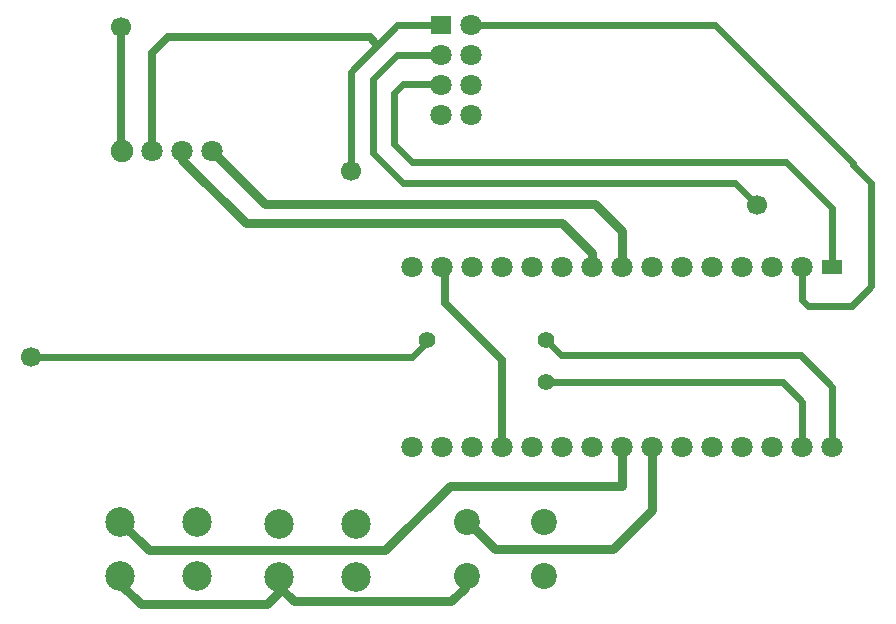
<source format=gbl>
G04 Layer: BottomLayer*
G04 EasyEDA v6.5.54, 2026-02-13 05:53:55*
G04 70323f53a5ba4409a2e903c6c44e9b96,20cc673dbd184c8ca6733993ffc9aab1,10*
G04 Gerber Generator version 0.2*
G04 Scale: 100 percent, Rotated: No, Reflected: No *
G04 Dimensions in millimeters *
G04 leading zeros omitted , absolute positions ,4 integer and 5 decimal *
%FSLAX45Y45*%
%MOMM*%

%ADD10C,0.7000*%
%ADD11C,0.6000*%
%ADD12C,0.8000*%
%ADD13C,1.8000*%
%ADD14C,1.9000*%
%ADD15C,2.2000*%
%ADD16C,2.5000*%
%ADD17R,1.8000X1.3081*%
%ADD18R,1.8000X1.5080*%
%ADD19R,0.0124X1.5080*%
%ADD20C,1.7000*%
%ADD21C,1.4000*%

%LPD*%
D10*
X5168900Y3314700D02*
G01*
X5168900Y4051300D01*
X4686300Y4533900D01*
X4686300Y4813300D01*
X4660900Y4838700D01*
D11*
X3886200Y5651500D02*
G01*
X3886200Y6489700D01*
X4279900Y6883400D01*
X4279900Y6883400D01*
X4648200Y6883400D01*
D10*
X2206091Y5816600D02*
G01*
X2206091Y6651091D01*
X2336800Y6781800D01*
X4045798Y6781800D01*
X4099349Y6728249D01*
X1943100Y6870700D02*
G01*
X1943100Y5825591D01*
X1952091Y5816600D01*
D11*
X7708900Y3314700D02*
G01*
X7708900Y3695700D01*
X7543800Y3860800D01*
X5537200Y3860800D01*
X4902200Y6883400D02*
G01*
X6972300Y6883400D01*
X8140700Y5715000D01*
X8140700Y5702300D01*
X8293100Y5549900D01*
X8293100Y4673600D01*
X8128000Y4508500D01*
X7759700Y4508500D01*
X7708900Y4559300D01*
X7708900Y4838700D01*
X7962900Y4838700D02*
G01*
X7962900Y5334000D01*
X7569200Y5727700D01*
X4406900Y5727700D01*
X4254500Y5880100D01*
X4254500Y6311900D01*
X4330700Y6388100D01*
X4635500Y6388100D01*
X4648200Y6375400D01*
D12*
X6184900Y3314700D02*
G01*
X6184900Y2984500D01*
X4724400Y2984500D01*
X4178300Y2438400D01*
X2174242Y2438400D01*
X1935485Y2677157D01*
X1935479Y2225039D02*
G01*
X1935479Y2153920D01*
X2108200Y1981200D01*
X3175000Y1981200D01*
X3289300Y2095500D01*
X3289300Y2204720D01*
X3281679Y2212339D01*
X3281679Y2212339D02*
G01*
X3281679Y2128520D01*
X3403600Y2006600D01*
X4737100Y2006600D01*
X4851400Y2120900D01*
X4851400Y2207260D01*
X4869179Y2225039D01*
X4869185Y2677157D02*
G01*
X4879342Y2677157D01*
X5105400Y2451100D01*
X6108700Y2451100D01*
X6438900Y2781300D01*
X6438900Y3314700D01*
X2460091Y5816600D02*
G01*
X2460091Y5744108D01*
X2997200Y5207000D01*
X5676900Y5207000D01*
X5930900Y4953000D01*
X5930900Y4838700D01*
X6184900Y4838700D02*
G01*
X6184900Y5143500D01*
X5956300Y5372100D01*
X3158591Y5372100D01*
X2714091Y5816600D01*
D11*
X7962900Y3314700D02*
G01*
X7962900Y3822700D01*
X7696200Y4089400D01*
X5664200Y4089400D01*
X5537200Y4216400D01*
X4533900Y4216400D02*
G01*
X4533900Y4203700D01*
X4406900Y4076700D01*
X1181100Y4076700D01*
X4648200Y6629400D02*
G01*
X4279900Y6629400D01*
X4076700Y6426200D01*
X4076700Y5803900D01*
X4330700Y5549900D01*
X7137400Y5549900D01*
X7327900Y5359400D01*
D13*
G01*
X2206091Y5816600D03*
D14*
G01*
X1952091Y5816600D03*
D13*
G01*
X2460091Y5816600D03*
G01*
X2714091Y5816600D03*
D15*
G01*
X4869179Y2677160D03*
G01*
X5519420Y2677160D03*
G01*
X4869179Y2225039D03*
G01*
X5519420Y2225039D03*
D16*
G01*
X3281679Y2664460D03*
G01*
X3931920Y2664460D03*
G01*
X3281679Y2212339D03*
G01*
X3931920Y2212339D03*
G01*
X1935479Y2677160D03*
G01*
X2585720Y2677160D03*
G01*
X1935479Y2225039D03*
G01*
X2585720Y2225039D03*
D17*
G01*
X7962900Y4838700D03*
D13*
G01*
X7708900Y4838700D03*
G01*
X7454900Y4838700D03*
G01*
X7200900Y4838700D03*
G01*
X6946900Y4838700D03*
G01*
X6692900Y4838700D03*
G01*
X6438900Y4838700D03*
G01*
X6184900Y4838700D03*
G01*
X5930900Y4838700D03*
G01*
X5676900Y4838700D03*
G01*
X5422900Y4838700D03*
G01*
X5168900Y4838700D03*
G01*
X4914900Y4838700D03*
G01*
X4660900Y4838700D03*
G01*
X4406900Y4838700D03*
G01*
X4406900Y3314700D03*
G01*
X4660900Y3314700D03*
G01*
X4914900Y3314700D03*
G01*
X5168900Y3314700D03*
G01*
X5422900Y3314700D03*
G01*
X5676900Y3314700D03*
G01*
X5930900Y3314700D03*
G01*
X6184900Y3314700D03*
G01*
X6438900Y3314700D03*
G01*
X6692900Y3314700D03*
G01*
X6946900Y3314700D03*
G01*
X7200900Y3314700D03*
G01*
X7454900Y3314700D03*
G01*
X7708900Y3314700D03*
G01*
X7962900Y3314700D03*
D18*
G01*
X4648200Y6883400D03*
D13*
G01*
X4902200Y6121400D03*
G01*
X4902200Y6375400D03*
G01*
X4902200Y6629400D03*
G01*
X4902200Y6883400D03*
G01*
X4648200Y6629400D03*
G01*
X4648200Y6375400D03*
G01*
X4648200Y6121400D03*
D20*
G01*
X3886200Y5651500D03*
G01*
X7327900Y5359400D03*
D21*
G01*
X5537200Y3860800D03*
D20*
G01*
X1181100Y4076700D03*
D21*
G01*
X5537200Y4216400D03*
G01*
X4533900Y4216400D03*
D20*
G01*
X1943100Y6870700D03*
M02*

</source>
